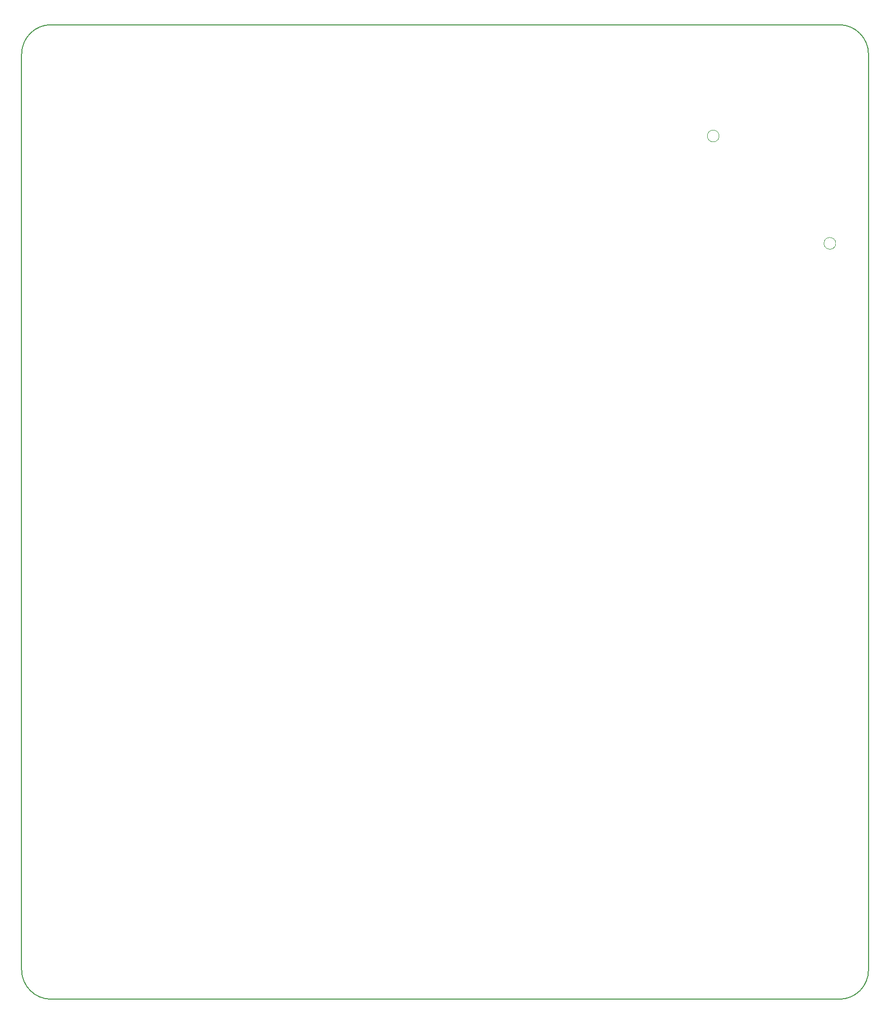
<source format=gbr>
G04 #@! TF.GenerationSoftware,KiCad,Pcbnew,9.0.5*
G04 #@! TF.CreationDate,2025-10-26T17:23:22-04:00*
G04 #@! TF.ProjectId,ReedRelay_Drive,52656564-5265-46c6-9179-5f4472697665,rev?*
G04 #@! TF.SameCoordinates,Original*
G04 #@! TF.FileFunction,Profile,NP*
%FSLAX46Y46*%
G04 Gerber Fmt 4.6, Leading zero omitted, Abs format (unit mm)*
G04 Created by KiCad (PCBNEW 9.0.5) date 2025-10-26 17:23:22*
%MOMM*%
%LPD*%
G01*
G04 APERTURE LIST*
G04 #@! TA.AperFunction,Profile*
%ADD10C,0.150000*%
G04 #@! TD*
G04 #@! TA.AperFunction,Profile*
%ADD11C,0.050000*%
G04 #@! TD*
G04 APERTURE END LIST*
D10*
X22535532Y-26560000D02*
X22535532Y-182250000D01*
X27535531Y-21600000D02*
X161500000Y-21600000D01*
X166495000Y-26600000D02*
X166495000Y-182290000D01*
X27535531Y-187250000D02*
X161500000Y-187250000D01*
X27535531Y-187250000D02*
G75*
G02*
X22535531Y-182250000I-4J4999996D01*
G01*
D11*
X160930000Y-58765000D02*
G75*
G02*
X158930000Y-58765000I-1000000J0D01*
G01*
X158930000Y-58765000D02*
G75*
G02*
X160930000Y-58765000I1000000J0D01*
G01*
X141105000Y-40515000D02*
G75*
G02*
X139105000Y-40515000I-1000000J0D01*
G01*
X139105000Y-40515000D02*
G75*
G02*
X141105000Y-40515000I1000000J0D01*
G01*
D10*
X161500000Y-21600000D02*
G75*
G02*
X166500000Y-26600000I4J-4999996D01*
G01*
X22535531Y-26560000D02*
G75*
G02*
X27535531Y-21599999I5000119J-40280D01*
G01*
X166495000Y-182290000D02*
G75*
G02*
X161495000Y-187250016I-4932400J-28000D01*
G01*
M02*

</source>
